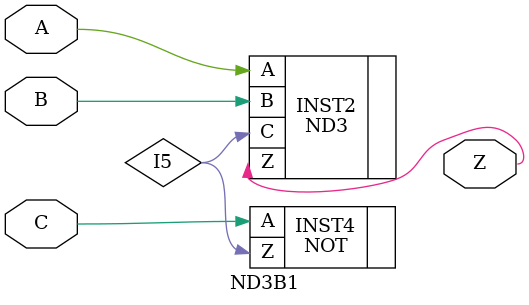
<source format=v>
`resetall
`timescale 1 ns / 100 ps

/* Created by DB2VERILOG Version 1.0.1.1 on Sat May 14 10:48:11 1994 */
/* module compiled from "lsl2db 3.6.4" run */

`celldefine
module ND3B1 (A, B, C, Z);
input  A, B, C;
output Z;
ND3 INST2 (.A(A), .B(B), .C(I5), .Z(Z));
NOT INST4 (.A(C), .Z(I5));

endmodule
`endcelldefine

</source>
